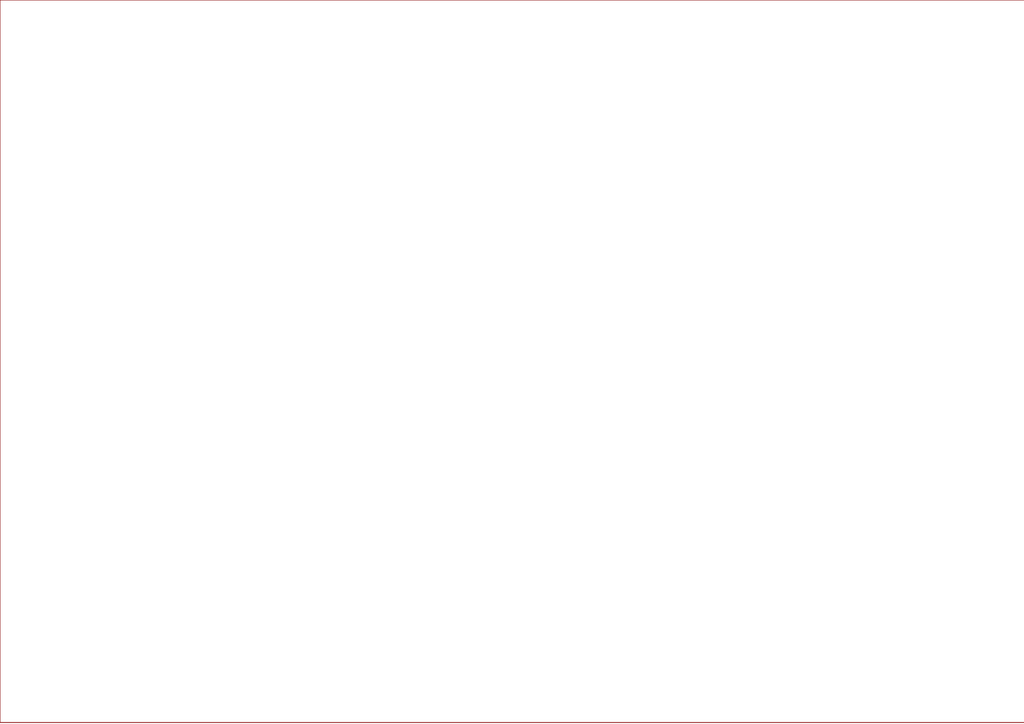
<source format=kicad_sch>
(kicad_sch
	(version 20250114)
	(generator "eeschema")
	(generator_version "9.0")
	(uuid "c2c8c614-99fc-45e9-8585-8c2a223a7e3c")
	(paper "A4")
	(lib_symbols)
	(sheet
		(at 0 0)
		(size 297.18 209.55)
		(exclude_from_sim no)
		(in_bom yes)
		(on_board yes)
		(dnp no)
		(fields_autoplaced yes)
		(stroke
			(width 0.1524)
			(type solid)
		)
		(fill
			(color 0 0 0 0.0000)
		)
		(uuid "f9a88ca2-69a8-42c3-a1ae-63cae6df6df1")
		(property "Sheetname" "muty_BQ25887RGE"
			(at 0 -0.7116 0)
			(effects
				(font
					(size 1.27 1.27)
				)
				(justify left bottom)
			)
		)
		(property "Sheetfile" "power.kicad_sch"
			(at 0 210.1346 0)
			(effects
				(font
					(size 1.27 1.27)
				)
				(justify left top)
			)
		)
		(instances
			(project "muty"
				(path "/c2c8c614-99fc-45e9-8585-8c2a223a7e3c"
					(page "3")
				)
			)
		)
	)
	(sheet
		(at -325.12 -2.54)
		(size 297.18 209.55)
		(exclude_from_sim no)
		(in_bom yes)
		(on_board yes)
		(dnp no)
		(fields_autoplaced yes)
		(stroke
			(width 0.1524)
			(type solid)
		)
		(fill
			(color 0 0 0 0.0000)
		)
		(uuid "fb1d8020-4b1c-425e-a0ef-fcad6dd31fbf")
		(property "Sheetname" "muty_MCU"
			(at -325.12 -3.2516 0)
			(effects
				(font
					(size 1.27 1.27)
				)
				(justify left bottom)
			)
		)
		(property "Sheetfile" "muty_mcu.kicad_sch"
			(at -325.12 207.5946 0)
			(effects
				(font
					(size 1.27 1.27)
				)
				(justify left top)
			)
		)
		(instances
			(project "muty"
				(path "/c2c8c614-99fc-45e9-8585-8c2a223a7e3c"
					(page "2")
				)
			)
		)
	)
	(sheet_instances
		(path "/"
			(page "1")
		)
	)
	(embedded_fonts no)
)

</source>
